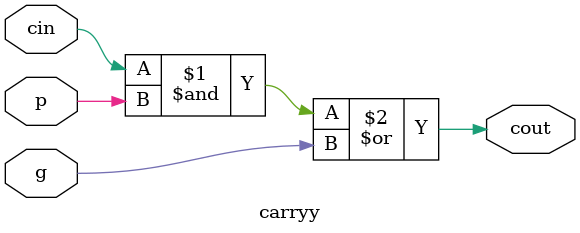
<source format=sv>
module carryy(
    input logic cin, g, p,
    output logic cout
);
assign cout= (cin&p)|g;

endmodule
//
</source>
